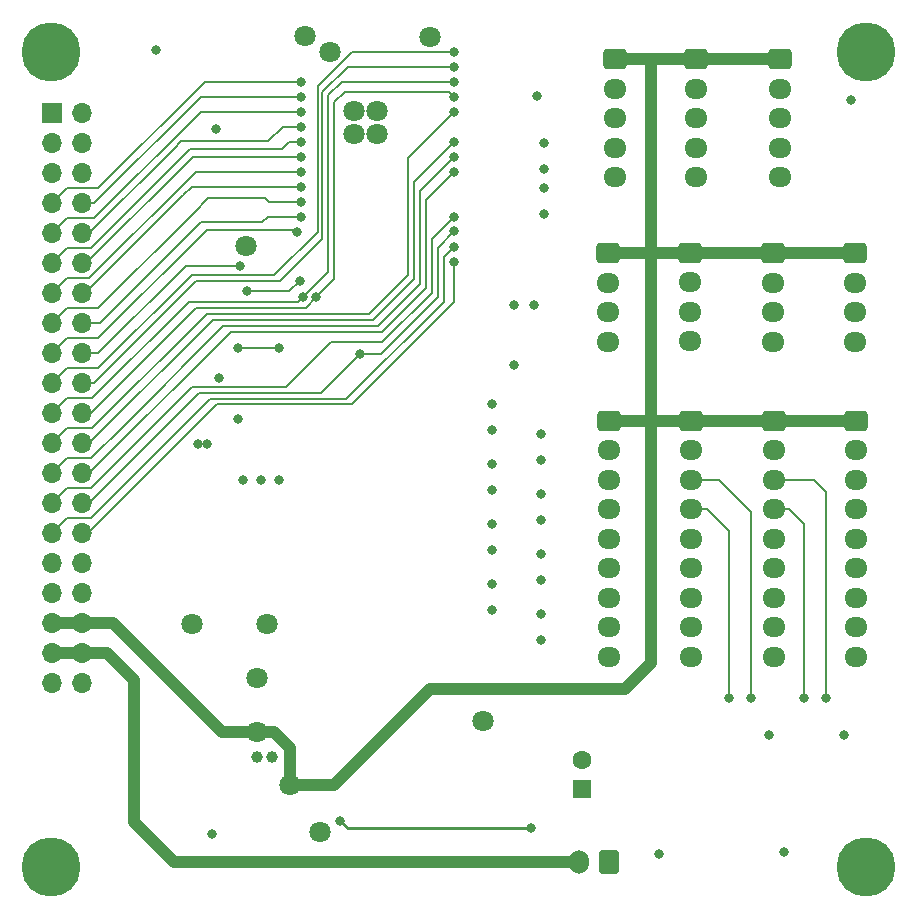
<source format=gbr>
%TF.GenerationSoftware,KiCad,Pcbnew,(6.0.1)*%
%TF.CreationDate,2023-01-03T02:24:04-08:00*%
%TF.ProjectId,ESP32 Dev Carrier - R1,45535033-3220-4446-9576-204361727269,rev?*%
%TF.SameCoordinates,Original*%
%TF.FileFunction,Copper,L4,Bot*%
%TF.FilePolarity,Positive*%
%FSLAX46Y46*%
G04 Gerber Fmt 4.6, Leading zero omitted, Abs format (unit mm)*
G04 Created by KiCad (PCBNEW (6.0.1)) date 2023-01-03 02:24:04*
%MOMM*%
%LPD*%
G01*
G04 APERTURE LIST*
G04 Aperture macros list*
%AMRoundRect*
0 Rectangle with rounded corners*
0 $1 Rounding radius*
0 $2 $3 $4 $5 $6 $7 $8 $9 X,Y pos of 4 corners*
0 Add a 4 corners polygon primitive as box body*
4,1,4,$2,$3,$4,$5,$6,$7,$8,$9,$2,$3,0*
0 Add four circle primitives for the rounded corners*
1,1,$1+$1,$2,$3*
1,1,$1+$1,$4,$5*
1,1,$1+$1,$6,$7*
1,1,$1+$1,$8,$9*
0 Add four rect primitives between the rounded corners*
20,1,$1+$1,$2,$3,$4,$5,0*
20,1,$1+$1,$4,$5,$6,$7,0*
20,1,$1+$1,$6,$7,$8,$9,0*
20,1,$1+$1,$8,$9,$2,$3,0*%
G04 Aperture macros list end*
%TA.AperFunction,ComponentPad*%
%ADD10RoundRect,0.250000X-0.725000X0.600000X-0.725000X-0.600000X0.725000X-0.600000X0.725000X0.600000X0*%
%TD*%
%TA.AperFunction,ComponentPad*%
%ADD11O,1.950000X1.700000*%
%TD*%
%TA.AperFunction,ComponentPad*%
%ADD12R,1.600000X1.600000*%
%TD*%
%TA.AperFunction,ComponentPad*%
%ADD13C,1.600000*%
%TD*%
%TA.AperFunction,ComponentPad*%
%ADD14C,0.800000*%
%TD*%
%TA.AperFunction,ComponentPad*%
%ADD15C,5.000000*%
%TD*%
%TA.AperFunction,ComponentPad*%
%ADD16RoundRect,0.250000X0.600000X0.750000X-0.600000X0.750000X-0.600000X-0.750000X0.600000X-0.750000X0*%
%TD*%
%TA.AperFunction,ComponentPad*%
%ADD17O,1.700000X2.000000*%
%TD*%
%TA.AperFunction,ComponentPad*%
%ADD18R,1.700000X1.700000*%
%TD*%
%TA.AperFunction,ComponentPad*%
%ADD19O,1.700000X1.700000*%
%TD*%
%TA.AperFunction,ViaPad*%
%ADD20C,1.800000*%
%TD*%
%TA.AperFunction,ViaPad*%
%ADD21C,0.800000*%
%TD*%
%TA.AperFunction,ViaPad*%
%ADD22C,1.000000*%
%TD*%
%TA.AperFunction,Conductor*%
%ADD23C,0.200000*%
%TD*%
%TA.AperFunction,Conductor*%
%ADD24C,1.000000*%
%TD*%
%TA.AperFunction,Conductor*%
%ADD25C,0.250000*%
%TD*%
G04 APERTURE END LIST*
D10*
%TO.P,J4,1,Pin_1*%
%TO.N,+5V*%
X64704988Y-3643100D03*
D11*
%TO.P,J4,2,Pin_2*%
%TO.N,+3V3*%
X64704988Y-6143100D03*
%TO.P,J4,3,Pin_3*%
%TO.N,Net-(D2-Pad1)*%
X64704988Y-8643100D03*
%TO.P,J4,4,Pin_4*%
%TO.N,Net-(D2-Pad2)*%
X64704988Y-11143100D03*
%TO.P,J4,5,Pin_5*%
%TO.N,GND*%
X64704988Y-13643100D03*
%TD*%
D10*
%TO.P,J6,1,Pin_1*%
%TO.N,+5V*%
X50734988Y-3643100D03*
D11*
%TO.P,J6,2,Pin_2*%
%TO.N,+3V3*%
X50734988Y-6143100D03*
%TO.P,J6,3,Pin_3*%
%TO.N,Net-(D2-Pad1)*%
X50734988Y-8643100D03*
%TO.P,J6,4,Pin_4*%
%TO.N,Net-(D2-Pad2)*%
X50734988Y-11143100D03*
%TO.P,J6,5,Pin_5*%
%TO.N,GND*%
X50734988Y-13643100D03*
%TD*%
D10*
%TO.P,J5,1,Pin_1*%
%TO.N,+5V*%
X57609988Y-3643100D03*
D11*
%TO.P,J5,2,Pin_2*%
%TO.N,+3V3*%
X57609988Y-6143100D03*
%TO.P,J5,3,Pin_3*%
%TO.N,Net-(D2-Pad1)*%
X57609988Y-8643100D03*
%TO.P,J5,4,Pin_4*%
%TO.N,Net-(D2-Pad2)*%
X57609988Y-11143100D03*
%TO.P,J5,5,Pin_5*%
%TO.N,GND*%
X57609988Y-13643100D03*
%TD*%
D12*
%TO.P,C1,1*%
%TO.N,VCC*%
X47962653Y-65459100D03*
D13*
%TO.P,C1,2*%
%TO.N,GND*%
X47962653Y-62959100D03*
%TD*%
D14*
%TO.P,H2,1*%
%TO.N,N/C*%
X3000000Y-70125000D03*
D15*
X3000000Y-72000000D03*
D14*
X3000000Y-73875000D03*
X4875000Y-72000000D03*
X4325825Y-70674175D03*
X1125000Y-72000000D03*
X1674175Y-73325825D03*
X4325825Y-73325825D03*
X1674175Y-70674175D03*
%TD*%
%TO.P,H3,1*%
%TO.N,N/C*%
X72000000Y-1125000D03*
X70674175Y-4325825D03*
D15*
X72000000Y-3000000D03*
D14*
X73325825Y-4325825D03*
X72000000Y-4875000D03*
X70674175Y-1674175D03*
X70125000Y-3000000D03*
X73325825Y-1674175D03*
X73875000Y-3000000D03*
%TD*%
D10*
%TO.P,J13,1,Pin_1*%
%TO.N,+5V*%
X71054988Y-20053100D03*
D11*
%TO.P,J13,2,Pin_2*%
%TO.N,+3V3*%
X71054988Y-22553100D03*
%TO.P,J13,3,Pin_3*%
%TO.N,Net-(D17-Pad3)*%
X71054988Y-25053100D03*
%TO.P,J13,4,Pin_4*%
%TO.N,GND*%
X71054988Y-27553100D03*
%TD*%
D10*
%TO.P,J8,1,Pin_1*%
%TO.N,+5V*%
X57194988Y-34243100D03*
D11*
%TO.P,J8,2,Pin_2*%
%TO.N,+3V3*%
X57194988Y-36743100D03*
%TO.P,J8,3,Pin_3*%
%TO.N,Net-(D15-Pad3)*%
X57194988Y-39243100D03*
%TO.P,J8,4,Pin_4*%
%TO.N,Net-(D14-Pad3)*%
X57194988Y-41743100D03*
%TO.P,J8,5,Pin_5*%
%TO.N,Net-(D10-Pad3)*%
X57194988Y-44243100D03*
%TO.P,J8,6,Pin_6*%
%TO.N,Net-(D9-Pad3)*%
X57194988Y-46743100D03*
%TO.P,J8,7,Pin_7*%
%TO.N,Net-(D6-Pad3)*%
X57194988Y-49243100D03*
%TO.P,J8,8,Pin_8*%
%TO.N,Net-(D5-Pad3)*%
X57194988Y-51743100D03*
%TO.P,J8,9,Pin_9*%
%TO.N,GND*%
X57194988Y-54243100D03*
%TD*%
D16*
%TO.P,J1,1,Pin_1*%
%TO.N,GND*%
X50208653Y-71589100D03*
D17*
%TO.P,J1,2,Pin_2*%
%TO.N,VCC*%
X47708653Y-71589100D03*
%TD*%
D14*
%TO.P,H1,1*%
%TO.N,N/C*%
X4325825Y-4325825D03*
X3000000Y-1125000D03*
X4325825Y-1674175D03*
X1674175Y-1674175D03*
D15*
X3000000Y-3000000D03*
D14*
X4875000Y-3000000D03*
X1674175Y-4325825D03*
X1125000Y-3000000D03*
X3000000Y-4875000D03*
%TD*%
D10*
%TO.P,J9,1,Pin_1*%
%TO.N,+5V*%
X64179988Y-34243100D03*
D11*
%TO.P,J9,2,Pin_2*%
%TO.N,+3V3*%
X64179988Y-36743100D03*
%TO.P,J9,3,Pin_3*%
%TO.N,Net-(D11-Pad3)*%
X64179988Y-39243100D03*
%TO.P,J9,4,Pin_4*%
%TO.N,Net-(D13-Pad3)*%
X64179988Y-41743100D03*
%TO.P,J9,5,Pin_5*%
%TO.N,Net-(D10-Pad3)*%
X64179988Y-44243100D03*
%TO.P,J9,6,Pin_6*%
%TO.N,Net-(D9-Pad3)*%
X64179988Y-46743100D03*
%TO.P,J9,7,Pin_7*%
%TO.N,Net-(D6-Pad3)*%
X64179988Y-49243100D03*
%TO.P,J9,8,Pin_8*%
%TO.N,Net-(D5-Pad3)*%
X64179988Y-51743100D03*
%TO.P,J9,9,Pin_9*%
%TO.N,GND*%
X64179988Y-54243100D03*
%TD*%
D18*
%TO.P,J3,1,Pin_1*%
%TO.N,GND*%
X3014988Y-8233100D03*
D19*
%TO.P,J3,2,Pin_2*%
X5554988Y-8233100D03*
%TO.P,J3,3,Pin_3*%
%TO.N,+3V3*%
X3014988Y-10773100D03*
%TO.P,J3,4,Pin_4*%
X5554988Y-10773100D03*
%TO.P,J3,5,Pin_5*%
%TO.N,GND*%
X3014988Y-13313100D03*
%TO.P,J3,6,Pin_6*%
X5554988Y-13313100D03*
%TO.P,J3,7,Pin_7*%
%TO.N,Net-(J3-Pad7)*%
X3014988Y-15853100D03*
%TO.P,J3,8,Pin_8*%
%TO.N,Net-(J3-Pad8)*%
X5554988Y-15853100D03*
%TO.P,J3,9,Pin_9*%
%TO.N,Net-(D15-Pad3)*%
X3014988Y-18393100D03*
%TO.P,J3,10,Pin_10*%
%TO.N,Net-(D14-Pad3)*%
X5554988Y-18393100D03*
%TO.P,J3,11,Pin_11*%
%TO.N,Net-(D10-Pad3)*%
X3014988Y-20933100D03*
%TO.P,J3,12,Pin_12*%
%TO.N,Net-(D9-Pad3)*%
X5554988Y-20933100D03*
%TO.P,J3,13,Pin_13*%
%TO.N,Net-(D6-Pad3)*%
X3014988Y-23473100D03*
%TO.P,J3,14,Pin_14*%
%TO.N,Net-(D5-Pad3)*%
X5554988Y-23473100D03*
%TO.P,J3,15,Pin_15*%
%TO.N,Net-(J3-Pad15)*%
X3014988Y-26013100D03*
%TO.P,J3,16,Pin_16*%
%TO.N,Net-(J3-Pad16)*%
X5554988Y-26013100D03*
%TO.P,J3,17,Pin_17*%
%TO.N,Net-(J3-Pad17)*%
X3014988Y-28553100D03*
%TO.P,J3,18,Pin_18*%
%TO.N,Net-(J3-Pad18)*%
X5554988Y-28553100D03*
%TO.P,J3,19,Pin_19*%
%TO.N,Net-(J3-Pad19)*%
X3014988Y-31093100D03*
%TO.P,J3,20,Pin_20*%
%TO.N,Net-(D2-Pad1)*%
X5554988Y-31093100D03*
%TO.P,J3,21,Pin_21*%
%TO.N,/MISO*%
X3014988Y-33633100D03*
%TO.P,J3,22,Pin_22*%
%TO.N,/MOSI*%
X5554988Y-33633100D03*
%TO.P,J3,23,Pin_23*%
%TO.N,Net-(D2-Pad2)*%
X3014988Y-36173100D03*
%TO.P,J3,24,Pin_24*%
%TO.N,Net-(D16-Pad3)*%
X5554988Y-36173100D03*
%TO.P,J3,25,Pin_25*%
%TO.N,Net-(D17-Pad3)*%
X3014988Y-38713100D03*
%TO.P,J3,26,Pin_26*%
%TO.N,Net-(D11-Pad3)*%
X5554988Y-38713100D03*
%TO.P,J3,27,Pin_27*%
%TO.N,/IO4*%
X3014988Y-41253100D03*
%TO.P,J3,28,Pin_28*%
%TO.N,/PROG*%
X5554988Y-41253100D03*
%TO.P,J3,29,Pin_29*%
%TO.N,/IO2*%
X3014988Y-43793100D03*
%TO.P,J3,30,Pin_30*%
%TO.N,Net-(D13-Pad3)*%
X5554988Y-43793100D03*
%TO.P,J3,31,Pin_31*%
%TO.N,GND*%
X3014988Y-46333100D03*
%TO.P,J3,32,Pin_32*%
X5554988Y-46333100D03*
%TO.P,J3,33,Pin_33*%
%TO.N,+3V3*%
X3014988Y-48873100D03*
%TO.P,J3,34,Pin_34*%
X5554988Y-48873100D03*
%TO.P,J3,35,Pin_35*%
%TO.N,+5V*%
X3014988Y-51413100D03*
%TO.P,J3,36,Pin_36*%
X5554988Y-51413100D03*
%TO.P,J3,37,Pin_37*%
%TO.N,VCC*%
X3014988Y-53953100D03*
%TO.P,J3,38,Pin_38*%
X5554988Y-53953100D03*
%TO.P,J3,39,Pin_39*%
%TO.N,GND*%
X3014988Y-56493100D03*
%TO.P,J3,40,Pin_40*%
X5554988Y-56493100D03*
%TD*%
D10*
%TO.P,J14,1,Pin_1*%
%TO.N,+5V*%
X64069988Y-20053100D03*
D11*
%TO.P,J14,2,Pin_2*%
%TO.N,+3V3*%
X64069988Y-22553100D03*
%TO.P,J14,3,Pin_3*%
%TO.N,Net-(D17-Pad3)*%
X64069988Y-25053100D03*
%TO.P,J14,4,Pin_4*%
%TO.N,GND*%
X64069988Y-27553100D03*
%TD*%
D10*
%TO.P,J7,1,Pin_1*%
%TO.N,+5V*%
X50209988Y-34243100D03*
D11*
%TO.P,J7,2,Pin_2*%
%TO.N,+3V3*%
X50209988Y-36743100D03*
%TO.P,J7,3,Pin_3*%
%TO.N,Net-(D15-Pad3)*%
X50209988Y-39243100D03*
%TO.P,J7,4,Pin_4*%
%TO.N,Net-(D14-Pad3)*%
X50209988Y-41743100D03*
%TO.P,J7,5,Pin_5*%
%TO.N,Net-(D10-Pad3)*%
X50209988Y-44243100D03*
%TO.P,J7,6,Pin_6*%
%TO.N,Net-(D9-Pad3)*%
X50209988Y-46743100D03*
%TO.P,J7,7,Pin_7*%
%TO.N,Net-(D6-Pad3)*%
X50209988Y-49243100D03*
%TO.P,J7,8,Pin_8*%
%TO.N,Net-(D5-Pad3)*%
X50209988Y-51743100D03*
%TO.P,J7,9,Pin_9*%
%TO.N,GND*%
X50209988Y-54243100D03*
%TD*%
D10*
%TO.P,J11,1,Pin_1*%
%TO.N,+5V*%
X50099988Y-20053100D03*
D11*
%TO.P,J11,2,Pin_2*%
%TO.N,+3V3*%
X50099988Y-22553100D03*
%TO.P,J11,3,Pin_3*%
%TO.N,Net-(D16-Pad3)*%
X50099988Y-25053100D03*
%TO.P,J11,4,Pin_4*%
%TO.N,GND*%
X50099988Y-27553100D03*
%TD*%
D10*
%TO.P,J10,1,Pin_1*%
%TO.N,+5V*%
X71164988Y-34243100D03*
D11*
%TO.P,J10,2,Pin_2*%
%TO.N,+3V3*%
X71164988Y-36743100D03*
%TO.P,J10,3,Pin_3*%
%TO.N,Net-(D11-Pad3)*%
X71164988Y-39243100D03*
%TO.P,J10,4,Pin_4*%
%TO.N,Net-(D13-Pad3)*%
X71164988Y-41743100D03*
%TO.P,J10,5,Pin_5*%
%TO.N,Net-(D10-Pad3)*%
X71164988Y-44243100D03*
%TO.P,J10,6,Pin_6*%
%TO.N,Net-(D9-Pad3)*%
X71164988Y-46743100D03*
%TO.P,J10,7,Pin_7*%
%TO.N,Net-(D6-Pad3)*%
X71164988Y-49243100D03*
%TO.P,J10,8,Pin_8*%
%TO.N,Net-(D5-Pad3)*%
X71164988Y-51743100D03*
%TO.P,J10,9,Pin_9*%
%TO.N,GND*%
X71164988Y-54243100D03*
%TD*%
D10*
%TO.P,J12,1,Pin_1*%
%TO.N,+5V*%
X57084988Y-20033100D03*
D11*
%TO.P,J12,2,Pin_2*%
%TO.N,+3V3*%
X57084988Y-22533100D03*
%TO.P,J12,3,Pin_3*%
%TO.N,Net-(D16-Pad3)*%
X57084988Y-25033100D03*
%TO.P,J12,4,Pin_4*%
%TO.N,GND*%
X57084988Y-27533100D03*
%TD*%
D14*
%TO.P,H4,1*%
%TO.N,N/C*%
X70674175Y-73325825D03*
X70125000Y-72000000D03*
X70674175Y-70674175D03*
D15*
X72000000Y-72000000D03*
D14*
X73875000Y-72000000D03*
X73325825Y-73325825D03*
X73325825Y-70674175D03*
X72000000Y-70125000D03*
X72000000Y-73875000D03*
%TD*%
D20*
%TO.N,GND*%
X14878153Y-51449535D03*
D21*
%TO.N,+3V3*%
X43859988Y-24438100D03*
%TO.N,/PROG*%
X29127988Y-28629100D03*
X24047988Y-22406100D03*
%TO.N,+3V3*%
X54463988Y-70908100D03*
%TO.N,Net-(D13-Pad3)*%
X66719988Y-57712100D03*
%TO.N,GND*%
X65005988Y-70793100D03*
%TO.N,/MISO*%
X37088616Y-5550000D03*
%TO.N,+3V3*%
X44416488Y-42683100D03*
%TO.N,GND*%
X44416488Y-40483100D03*
X40303988Y-48103100D03*
%TO.N,+3V3*%
X40303988Y-50303100D03*
X70719988Y-7102100D03*
X42208988Y-29518100D03*
%TO.N,GND*%
X40303988Y-32863100D03*
X40303988Y-43023100D03*
%TO.N,+3V3*%
X40303988Y-45223100D03*
%TO.N,Net-(D11-Pad3)*%
X68624988Y-57712100D03*
%TO.N,Net-(D15-Pad3)*%
X62274988Y-57712100D03*
%TO.N,+3V3*%
X70085988Y-60823100D03*
%TO.N,GND*%
X44416488Y-50643100D03*
X40303988Y-37943100D03*
%TO.N,+3V3*%
X40303988Y-40143100D03*
X44416488Y-52843100D03*
%TO.N,GND*%
X42208988Y-24438100D03*
%TO.N,+3V3*%
X63735988Y-60823100D03*
%TO.N,Net-(D14-Pad3)*%
X60369988Y-57712100D03*
D20*
%TO.N,GND*%
X35088616Y-1745000D03*
X30608616Y-8000000D03*
X25726988Y-69051100D03*
D21*
%TO.N,+3V3*%
X18790616Y-34073000D03*
%TO.N,/USB Interface/RTS*%
X18832616Y-28067000D03*
%TO.N,Net-(D10-Pad3)*%
X24128616Y-10635000D03*
%TO.N,Net-(J3-Pad15)*%
X24128616Y-15715000D03*
%TO.N,Net-(J3-Pad19)*%
X37088616Y-3010000D03*
%TO.N,Net-(D2-Pad2)*%
X37088616Y-8090000D03*
%TO.N,Net-(D9-Pad3)*%
X24128616Y-11905000D03*
D20*
%TO.N,+5V*%
X23226988Y-65126100D03*
D22*
%TO.N,GND*%
X20416653Y-62741535D03*
D21*
%TO.N,Net-(D6-Pad3)*%
X24128616Y-13175000D03*
%TO.N,Net-(D16-Pad3)*%
X37088616Y-10635000D03*
%TO.N,Net-(D17-Pad3)*%
X37088616Y-11900000D03*
%TO.N,Net-(D11-Pad3)*%
X37088616Y-13170000D03*
D20*
%TO.N,GND*%
X19475988Y-19485100D03*
X28608616Y-8000000D03*
X20403653Y-56035535D03*
D21*
%TO.N,/MOSI*%
X25444988Y-23803100D03*
%TO.N,Net-(J3-Pad7)*%
X24128616Y-5550000D03*
%TO.N,/MISO*%
X24301988Y-23803100D03*
%TO.N,/IO4*%
X37088616Y-16980000D03*
D20*
%TO.N,GND*%
X39503653Y-59636100D03*
D21*
X19208616Y-39293000D03*
%TO.N,+5V*%
X27476988Y-68126100D03*
D22*
%TO.N,GND*%
X21673653Y-62741535D03*
D21*
X11857616Y-2848100D03*
X16922616Y-9550000D03*
X22256616Y-39293000D03*
D20*
X30608616Y-10000000D03*
D21*
%TO.N,+3V3*%
X44130988Y-6738100D03*
D20*
X26607616Y-3015000D03*
D21*
%TO.N,/PROG*%
X19602988Y-23295100D03*
%TO.N,GND*%
X16160616Y-36195000D03*
%TO.N,Net-(J3-Pad8)*%
X24128616Y-6820000D03*
%TO.N,GND*%
X15398616Y-36195000D03*
D20*
X24495940Y-1664990D03*
D21*
%TO.N,/PROG*%
X37120616Y-18215100D03*
%TO.N,GND*%
X17176616Y-30607000D03*
%TO.N,Net-(D14-Pad3)*%
X24128616Y-9365000D03*
%TO.N,Net-(D5-Pad3)*%
X24128616Y-14445000D03*
%TO.N,Net-(J3-Pad16)*%
X24128616Y-16985000D03*
%TO.N,Net-(D15-Pad3)*%
X24128616Y-8095000D03*
%TO.N,/USB Interface/RTS*%
X22256616Y-28067000D03*
%TO.N,Net-(J3-Pad17)*%
X23780616Y-18255000D03*
%TO.N,Net-(J3-Pad18)*%
X18967988Y-21136100D03*
D20*
%TO.N,GND*%
X28608616Y-10000000D03*
D21*
X16579988Y-69235100D03*
D20*
%TO.N,+3V3*%
X21255153Y-51449535D03*
D21*
X20732616Y-39293000D03*
%TO.N,+5V*%
X43577653Y-68761100D03*
D20*
X20403653Y-60635535D03*
D21*
%TO.N,Net-(D2-Pad1)*%
X37088616Y-4280000D03*
%TO.N,Net-(D13-Pad3)*%
X37088616Y-20790000D03*
%TO.N,/IO2*%
X37088616Y-19520000D03*
%TO.N,/MOSI*%
X37088616Y-6820000D03*
%TO.N,GND*%
X44416488Y-45563100D03*
%TO.N,+3V3*%
X44416488Y-47763100D03*
%TO.N,GND*%
X44748988Y-10722100D03*
%TO.N,+3V3*%
X44748988Y-12922100D03*
X40303988Y-35063100D03*
%TO.N,GND*%
X44416488Y-35403100D03*
%TO.N,+3V3*%
X44416488Y-37603100D03*
%TO.N,GND*%
X44748988Y-14532100D03*
%TO.N,+3V3*%
X44748988Y-16732100D03*
%TD*%
D23*
%TO.N,/PROG*%
X25825988Y-31931100D02*
X22523988Y-31931100D01*
X15538988Y-31931100D02*
X22523988Y-31931100D01*
X29127988Y-28629100D02*
X25825988Y-31931100D01*
%TO.N,/MISO*%
X37088616Y-5550000D02*
X27569088Y-5550000D01*
X27569088Y-5550000D02*
X26460988Y-6658100D01*
X26460988Y-6658100D02*
X26460988Y-21644100D01*
X26460988Y-21644100D02*
X24301988Y-23803100D01*
%TO.N,/PROG*%
X19602988Y-23295100D02*
X23158988Y-23295100D01*
X23158988Y-23295100D02*
X24047988Y-22406100D01*
%TO.N,Net-(D11-Pad3)*%
X67554988Y-39243100D02*
X64179988Y-39243100D01*
X68624988Y-57712100D02*
X68624988Y-40313100D01*
X68624988Y-40313100D02*
X67554988Y-39243100D01*
D24*
%TO.N,+5V*%
X53765988Y-34344100D02*
X53765988Y-34852100D01*
X52596988Y-34243100D02*
X53664988Y-34243100D01*
X53664988Y-34243100D02*
X53765988Y-34344100D01*
X53765988Y-3643100D02*
X61418988Y-3643100D01*
X53765988Y-20120100D02*
X53832988Y-20053100D01*
X53765988Y-21009100D02*
X53765988Y-20120100D01*
X53832988Y-20053100D02*
X54848988Y-20053100D01*
X52596988Y-34243100D02*
X50209988Y-34243100D01*
D23*
%TO.N,Net-(D14-Pad3)*%
X60369988Y-43615100D02*
X58497988Y-41743100D01*
D24*
%TO.N,+5V*%
X61418988Y-3643100D02*
X64704988Y-3643100D01*
X61418988Y-3643100D02*
X50734988Y-3643100D01*
X71164988Y-34243100D02*
X52596988Y-34243100D01*
D23*
%TO.N,Net-(D14-Pad3)*%
X58497988Y-41743100D02*
X57194988Y-41743100D01*
X60369988Y-57712100D02*
X60369988Y-43615100D01*
%TO.N,Net-(D13-Pad3)*%
X66719988Y-57712100D02*
X66719988Y-42980100D01*
X65482988Y-41743100D02*
X64179988Y-41743100D01*
X66719988Y-42980100D02*
X65482988Y-41743100D01*
D24*
%TO.N,+5V*%
X53765988Y-34852100D02*
X53765988Y-21009100D01*
X53765988Y-21009100D02*
X53765988Y-3643100D01*
X71054988Y-20053100D02*
X54848988Y-20053100D01*
X54848988Y-20053100D02*
X50099988Y-20053100D01*
D23*
%TO.N,Net-(D15-Pad3)*%
X62274988Y-41964100D02*
X59553988Y-39243100D01*
X59553988Y-39243100D02*
X57194988Y-39243100D01*
X62274988Y-57712100D02*
X62274988Y-41964100D01*
D24*
%TO.N,+5V*%
X20403653Y-60635535D02*
X21887087Y-60635535D01*
X53765988Y-54791100D02*
X53765988Y-34852100D01*
X23226988Y-65126100D02*
X23226988Y-61975436D01*
X51606988Y-56950100D02*
X53765988Y-54791100D01*
X23226988Y-61975436D02*
X22140820Y-60889268D01*
X21887087Y-60635535D02*
X22140820Y-60889268D01*
D25*
X43577653Y-68761100D02*
X31921988Y-68761100D01*
X28111988Y-68761100D02*
X27476988Y-68126100D01*
X31921988Y-68761100D02*
X28111988Y-68761100D01*
D24*
X26920988Y-65126100D02*
X23226988Y-65126100D01*
X35096988Y-56950100D02*
X26920988Y-65126100D01*
X35985988Y-56950100D02*
X35096988Y-56950100D01*
X35985988Y-56950100D02*
X51606988Y-56950100D01*
D23*
%TO.N,Net-(D2-Pad1)*%
X25952988Y-6404100D02*
X28077088Y-4280000D01*
X5554988Y-31093100D02*
X6597988Y-31093100D01*
X6597988Y-31093100D02*
X15284988Y-22406100D01*
X28077088Y-4280000D02*
X37088616Y-4280000D01*
X22396988Y-22406100D02*
X25952988Y-18850100D01*
X15284988Y-22406100D02*
X22396988Y-22406100D01*
X25952988Y-18850100D02*
X25952988Y-6404100D01*
%TO.N,Net-(J3-Pad17)*%
X16173988Y-18088100D02*
X6978988Y-27283100D01*
X4284988Y-27283100D02*
X3014988Y-28553100D01*
X23780616Y-18255000D02*
X23613716Y-18088100D01*
X23613716Y-18088100D02*
X16173988Y-18088100D01*
X6978988Y-27283100D02*
X4284988Y-27283100D01*
%TO.N,/IO4*%
X37088616Y-16980000D02*
X35223988Y-18844628D01*
X35223988Y-23422100D02*
X31032988Y-27613100D01*
X4284988Y-39983100D02*
X3014988Y-41253100D01*
X35223988Y-18844628D02*
X35223988Y-23422100D01*
X31032988Y-27613100D02*
X26714988Y-27613100D01*
X22904988Y-31423100D02*
X14903988Y-31423100D01*
X26714988Y-27613100D02*
X22904988Y-31423100D01*
X14903988Y-31423100D02*
X6343988Y-39983100D01*
X6343988Y-39983100D02*
X4284988Y-39983100D01*
D24*
%TO.N,VCC*%
X10014988Y-68233100D02*
X10014988Y-56233100D01*
X13420499Y-71638611D02*
X10014988Y-68233100D01*
X7734988Y-53953100D02*
X3014988Y-53953100D01*
X10014988Y-56233100D02*
X7734988Y-53953100D01*
X47659142Y-71638611D02*
X13420499Y-71638611D01*
X47708653Y-71589100D02*
X47659142Y-71638611D01*
%TO.N,+5V*%
X17417423Y-60635535D02*
X8194988Y-51413100D01*
X20403653Y-60635535D02*
X17417423Y-60635535D01*
X8194988Y-51413100D02*
X3014988Y-51413100D01*
D23*
%TO.N,Net-(J3-Pad7)*%
X6978988Y-14583100D02*
X16012088Y-5550000D01*
X4284988Y-14583100D02*
X6978988Y-14583100D01*
X16012088Y-5550000D02*
X24128616Y-5550000D01*
X3014988Y-15853100D02*
X4284988Y-14583100D01*
%TO.N,Net-(J3-Pad8)*%
X5554988Y-15853100D02*
X6597988Y-15853100D01*
%TO.N,Net-(D14-Pad3)*%
X14014988Y-10595100D02*
X21380988Y-10595100D01*
X6216988Y-18393100D02*
X5554988Y-18393100D01*
%TO.N,Net-(D15-Pad3)*%
X15626088Y-8095000D02*
X24128616Y-8095000D01*
%TO.N,Net-(D10-Pad3)*%
X4284988Y-19663100D02*
X6343988Y-19663100D01*
X6343988Y-19663100D02*
X14776988Y-11230100D01*
%TO.N,Net-(D9-Pad3)*%
X14991088Y-11905000D02*
X5962988Y-20933100D01*
X14991088Y-11905000D02*
X24128616Y-11905000D01*
%TO.N,Net-(D6-Pad3)*%
X6216988Y-22203100D02*
X15245088Y-13175000D01*
%TO.N,Net-(D5-Pad3)*%
X14864088Y-14445000D02*
X14141988Y-15167100D01*
%TO.N,Net-(D14-Pad3)*%
X22611088Y-9365000D02*
X24128616Y-9365000D01*
%TO.N,Net-(D6-Pad3)*%
X15245088Y-13175000D02*
X24128616Y-13175000D01*
%TO.N,Net-(J3-Pad8)*%
X6597988Y-15853100D02*
X15631088Y-6820000D01*
X15631088Y-6820000D02*
X24128616Y-6820000D01*
%TO.N,Net-(D10-Pad3)*%
X23119088Y-10635000D02*
X24128616Y-10635000D01*
X22523988Y-11230100D02*
X23119088Y-10635000D01*
%TO.N,Net-(D14-Pad3)*%
X21380988Y-10595100D02*
X22611088Y-9365000D01*
%TO.N,Net-(D15-Pad3)*%
X3014988Y-18393100D02*
X4284988Y-17123100D01*
%TO.N,Net-(D14-Pad3)*%
X13379988Y-11230100D02*
X14014988Y-10595100D01*
%TO.N,Net-(D6-Pad3)*%
X3014988Y-23473100D02*
X4284988Y-22203100D01*
X4284988Y-22203100D02*
X6216988Y-22203100D01*
%TO.N,Net-(D5-Pad3)*%
X5835988Y-23473100D02*
X5554988Y-23473100D01*
%TO.N,Net-(J3-Pad15)*%
X3014988Y-26013100D02*
X4284988Y-24743100D01*
X4284988Y-24743100D02*
X6978988Y-24743100D01*
%TO.N,Net-(D14-Pad3)*%
X13379988Y-11230100D02*
X6216988Y-18393100D01*
%TO.N,Net-(J3-Pad15)*%
X6978988Y-24743100D02*
X15094488Y-16627600D01*
%TO.N,Net-(D15-Pad3)*%
X6597988Y-17123100D02*
X15626088Y-8095000D01*
%TO.N,Net-(D10-Pad3)*%
X14776988Y-11230100D02*
X22523988Y-11230100D01*
%TO.N,Net-(J3-Pad15)*%
X22944888Y-15715000D02*
X21420888Y-15715000D01*
X21420888Y-15715000D02*
X21126988Y-15421100D01*
%TO.N,Net-(D10-Pad3)*%
X3014988Y-20933100D02*
X4284988Y-19663100D01*
%TO.N,Net-(J3-Pad15)*%
X16300988Y-15421100D02*
X15094488Y-16627600D01*
%TO.N,Net-(D9-Pad3)*%
X5962988Y-20933100D02*
X5554988Y-20933100D01*
%TO.N,Net-(D5-Pad3)*%
X24128616Y-14445000D02*
X14864088Y-14445000D01*
%TO.N,Net-(J3-Pad15)*%
X21126988Y-15421100D02*
X16300988Y-15421100D01*
%TO.N,Net-(D15-Pad3)*%
X4284988Y-17123100D02*
X6597988Y-17123100D01*
%TO.N,Net-(D5-Pad3)*%
X14141988Y-15167100D02*
X5835988Y-23473100D01*
%TO.N,Net-(J3-Pad15)*%
X22944888Y-15715000D02*
X24128616Y-15715000D01*
%TO.N,Net-(D17-Pad3)*%
X4284988Y-37443100D02*
X3014988Y-38713100D01*
X5302988Y-37443100D02*
X6343988Y-37443100D01*
%TO.N,Net-(J3-Pad16)*%
X21341088Y-16985000D02*
X20872988Y-17453100D01*
X22992088Y-16985000D02*
X21341088Y-16985000D01*
X7105988Y-26013100D02*
X5554988Y-26013100D01*
X15094488Y-18024600D02*
X7105988Y-26013100D01*
X24128616Y-16985000D02*
X22992088Y-16985000D01*
X20872988Y-17453100D02*
X15665988Y-17453100D01*
X15665988Y-17453100D02*
X15094488Y-18024600D01*
%TO.N,Net-(D17-Pad3)*%
X6343988Y-37443100D02*
X9125488Y-34661600D01*
X5302988Y-37443100D02*
X4284988Y-37443100D01*
%TO.N,Net-(D13-Pad3)*%
X37088616Y-24224472D02*
X37088616Y-20790000D01*
%TO.N,/PROG*%
X5554988Y-41253100D02*
X6216988Y-41253100D01*
X35731988Y-23803100D02*
X35731988Y-19603728D01*
%TO.N,Net-(D13-Pad3)*%
X6089988Y-43793100D02*
X17044468Y-32838620D01*
X5554988Y-43793100D02*
X6089988Y-43793100D01*
%TO.N,/PROG*%
X6216988Y-41253100D02*
X15538988Y-31931100D01*
%TO.N,Net-(D13-Pad3)*%
X17044468Y-32838620D02*
X28474468Y-32838620D01*
X28474468Y-32838620D02*
X37088616Y-24224472D01*
%TO.N,/PROG*%
X35731988Y-19603728D02*
X37120616Y-18215100D01*
%TO.N,/IO2*%
X36239988Y-20368628D02*
X36239988Y-24184100D01*
X16427988Y-32439100D02*
X6343988Y-42523100D01*
%TO.N,Net-(D11-Pad3)*%
X34715988Y-15542628D02*
X34715988Y-23041100D01*
%TO.N,Net-(D17-Pad3)*%
X17570988Y-26216100D02*
X30651988Y-26216100D01*
%TO.N,/IO2*%
X36239988Y-24184100D02*
X27984988Y-32439100D01*
X37088616Y-19520000D02*
X36239988Y-20368628D01*
X27984988Y-32439100D02*
X16427988Y-32439100D01*
%TO.N,Net-(D16-Pad3)*%
X30270988Y-25708100D02*
X16681988Y-25708100D01*
%TO.N,Net-(D17-Pad3)*%
X34207988Y-14780628D02*
X37088616Y-11900000D01*
%TO.N,Net-(D16-Pad3)*%
X6216988Y-36173100D02*
X5554988Y-36173100D01*
%TO.N,Net-(J3-Pad18)*%
X18967988Y-21136100D02*
X14395988Y-21136100D01*
X14395988Y-21136100D02*
X6978988Y-28553100D01*
%TO.N,Net-(D11-Pad3)*%
X6216988Y-38713100D02*
X5554988Y-38713100D01*
X18205988Y-26724100D02*
X6216988Y-38713100D01*
X31032988Y-26724100D02*
X18205988Y-26724100D01*
X34715988Y-23041100D02*
X31032988Y-26724100D01*
%TO.N,Net-(D16-Pad3)*%
X37088616Y-10635000D02*
X33699988Y-14023628D01*
X16681988Y-25708100D02*
X6216988Y-36173100D01*
%TO.N,Net-(D11-Pad3)*%
X37088616Y-13170000D02*
X34715988Y-15542628D01*
%TO.N,Net-(D16-Pad3)*%
X33699988Y-22279100D02*
X30270988Y-25708100D01*
X33699988Y-14023628D02*
X33699988Y-22279100D01*
%TO.N,/IO2*%
X6343988Y-42523100D02*
X4284988Y-42523100D01*
X4284988Y-42523100D02*
X3014988Y-43793100D01*
%TO.N,Net-(D17-Pad3)*%
X9125488Y-34661600D02*
X17570988Y-26216100D01*
%TO.N,/MISO*%
X6470988Y-32363100D02*
X14649988Y-24184100D01*
X23920988Y-24184100D02*
X24301988Y-23803100D01*
X14649988Y-24184100D02*
X23920988Y-24184100D01*
%TO.N,/MOSI*%
X5554988Y-33633100D02*
X6343988Y-33633100D01*
X6343988Y-33633100D02*
X15284988Y-24692100D01*
%TO.N,Net-(J3-Pad18)*%
X6978988Y-28553100D02*
X5554988Y-28553100D01*
%TO.N,/MOSI*%
X24555988Y-24692100D02*
X25444988Y-23803100D01*
X15284988Y-24692100D02*
X24555988Y-24692100D01*
%TO.N,/MISO*%
X4284988Y-32363100D02*
X6470988Y-32363100D01*
%TO.N,Net-(D17-Pad3)*%
X34207988Y-22660100D02*
X34207988Y-14780628D01*
X30651988Y-26216100D02*
X34207988Y-22660100D01*
%TO.N,/MISO*%
X3014988Y-33633100D02*
X4284988Y-32363100D01*
%TO.N,/PROG*%
X30905988Y-28629100D02*
X29127988Y-28629100D01*
X33318988Y-26216100D02*
X35731988Y-23803100D01*
X33318988Y-26216100D02*
X30905988Y-28629100D01*
%TO.N,/USB Interface/RTS*%
X18832616Y-28067000D02*
X22256616Y-28067000D01*
%TO.N,/MOSI*%
X36672716Y-6404100D02*
X37088616Y-6820000D01*
X27857988Y-6404100D02*
X36672716Y-6404100D01*
X26968988Y-7293100D02*
X27857988Y-6404100D01*
X25444988Y-23803100D02*
X26968988Y-22279100D01*
X26968988Y-22279100D02*
X26968988Y-7293100D01*
%TO.N,Net-(J3-Pad19)*%
X21888988Y-21898100D02*
X14903988Y-21898100D01*
X25553468Y-5914620D02*
X25553468Y-18233620D01*
X28458088Y-3010000D02*
X25553468Y-5914620D01*
X37088616Y-3010000D02*
X28458088Y-3010000D01*
X6978988Y-29823100D02*
X4284988Y-29823100D01*
X14903988Y-21898100D02*
X6978988Y-29823100D01*
X25553468Y-18233620D02*
X21888988Y-21898100D01*
X4284988Y-29823100D02*
X3014988Y-31093100D01*
%TO.N,Net-(D2-Pad2)*%
X33191988Y-11986628D02*
X37088616Y-8090000D01*
X33191988Y-21898100D02*
X33191988Y-11986628D01*
X6470988Y-34903100D02*
X16173988Y-25200100D01*
X4284988Y-34903100D02*
X6470988Y-34903100D01*
X3014988Y-36173100D02*
X4284988Y-34903100D01*
X16173988Y-25200100D02*
X29889988Y-25200100D01*
X29889988Y-25200100D02*
X33191988Y-21898100D01*
%TD*%
M02*

</source>
